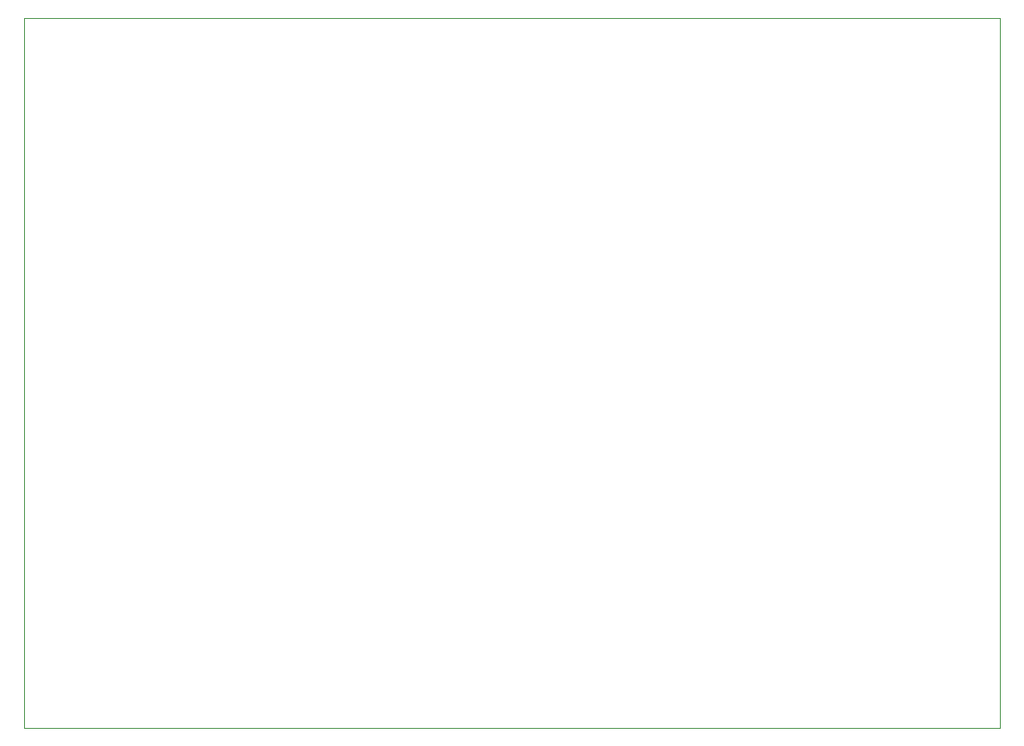
<source format=gbp>
G75*
%MOIN*%
%OFA0B0*%
%FSLAX25Y25*%
%IPPOS*%
%LPD*%
%AMOC8*
5,1,8,0,0,1.08239X$1,22.5*
%
%ADD10C,0.00000*%
D10*
X0001000Y0020750D02*
X0001000Y0296341D01*
X0378953Y0296341D01*
X0378953Y0020750D01*
X0001000Y0020750D01*
M02*

</source>
